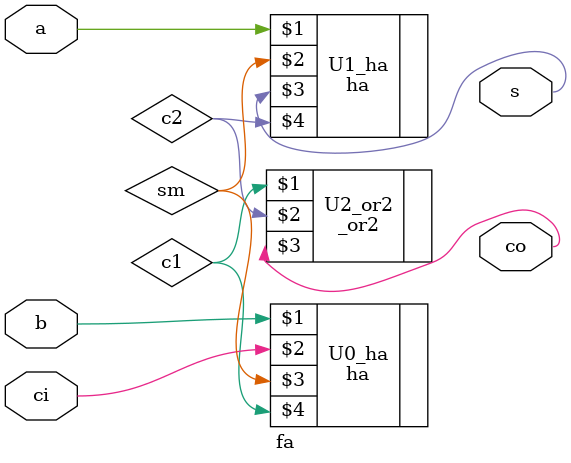
<source format=v>
module fa(a,b,ci,s,co); // full adder
	input a,b,ci;
	output s,co;
	wire c1, c2, sm;
	
	ha U0_ha(b,ci,sm,c1); // sm = (b XOR ci), c1 = (b AND ci)
	ha U1_ha(a,sm,s,c2); // s = (a XOR sm), c2 = (a AND sm)
	_or2 U2_or2(c1,c2,co); // co = (c1 OR c2)
endmodule 
</source>
